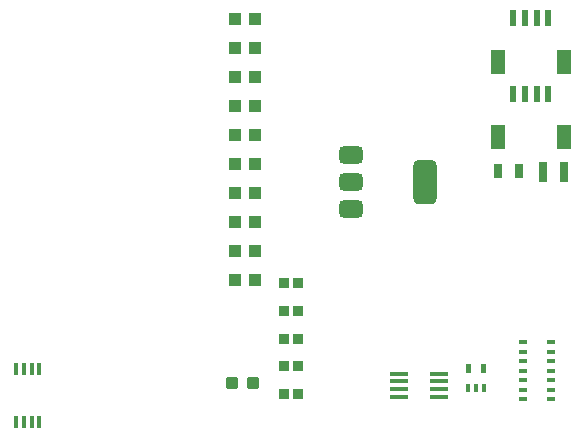
<source format=gbr>
%TF.GenerationSoftware,KiCad,Pcbnew,8.0.5*%
%TF.CreationDate,2024-12-11T22:42:58-06:00*%
%TF.ProjectId,4011MS2,34303131-4d53-4322-9e6b-696361645f70,1.0*%
%TF.SameCoordinates,Original*%
%TF.FileFunction,Paste,Top*%
%TF.FilePolarity,Positive*%
%FSLAX46Y46*%
G04 Gerber Fmt 4.6, Leading zero omitted, Abs format (unit mm)*
G04 Created by KiCad (PCBNEW 8.0.5) date 2024-12-11 22:42:58*
%MOMM*%
%LPD*%
G01*
G04 APERTURE LIST*
G04 Aperture macros list*
%AMRoundRect*
0 Rectangle with rounded corners*
0 $1 Rounding radius*
0 $2 $3 $4 $5 $6 $7 $8 $9 X,Y pos of 4 corners*
0 Add a 4 corners polygon primitive as box body*
4,1,4,$2,$3,$4,$5,$6,$7,$8,$9,$2,$3,0*
0 Add four circle primitives for the rounded corners*
1,1,$1+$1,$2,$3*
1,1,$1+$1,$4,$5*
1,1,$1+$1,$6,$7*
1,1,$1+$1,$8,$9*
0 Add four rect primitives between the rounded corners*
20,1,$1+$1,$2,$3,$4,$5,0*
20,1,$1+$1,$4,$5,$6,$7,0*
20,1,$1+$1,$6,$7,$8,$9,0*
20,1,$1+$1,$8,$9,$2,$3,0*%
G04 Aperture macros list end*
%ADD10C,0.000000*%
%ADD11R,0.850000X0.900000*%
%ADD12R,1.100000X1.000000*%
%ADD13R,1.600000X0.300000*%
%ADD14R,0.600000X1.350000*%
%ADD15R,1.200000X2.000000*%
%ADD16R,0.400000X1.100000*%
%ADD17R,0.800000X1.800000*%
%ADD18RoundRect,0.150000X-0.350000X0.350000X-0.350000X-0.350000X0.350000X-0.350000X0.350000X0.350000X0*%
%ADD19R,0.750000X0.350000*%
%ADD20R,0.800000X1.200000*%
%ADD21RoundRect,0.375000X-0.625000X-0.375000X0.625000X-0.375000X0.625000X0.375000X-0.625000X0.375000X0*%
%ADD22RoundRect,0.500000X-0.500000X-1.400000X0.500000X-1.400000X0.500000X1.400000X-0.500000X1.400000X0*%
G04 APERTURE END LIST*
D10*
%TO.C,U8*%
G36*
X156888500Y-107331000D02*
G01*
X156488500Y-107331000D01*
X156488500Y-106581000D01*
X156888500Y-106581000D01*
X156888500Y-107331000D01*
G37*
G36*
X156830500Y-108949400D02*
G01*
X156500300Y-108949400D01*
X156500300Y-108263600D01*
X156830500Y-108263600D01*
X156830500Y-108949400D01*
G37*
G36*
X157503600Y-108949400D02*
G01*
X157173400Y-108949400D01*
X157173400Y-108263600D01*
X157503600Y-108263600D01*
X157503600Y-108949400D01*
G37*
G36*
X158188500Y-107331000D02*
G01*
X157788500Y-107331000D01*
X157788500Y-106581000D01*
X158188500Y-106581000D01*
X158188500Y-107331000D01*
G37*
G36*
X158176700Y-108949400D02*
G01*
X157846500Y-108949400D01*
X157846500Y-108263600D01*
X158176700Y-108263600D01*
X158176700Y-108949400D01*
G37*
%TD*%
D11*
%TO.C,C9*%
X141070400Y-106788800D03*
X142230400Y-106788800D03*
%TD*%
D12*
%TO.C,C8*%
X136950400Y-84738800D03*
X138650400Y-84738800D03*
%TD*%
D13*
%TO.C,U11*%
X150800000Y-107396000D03*
X150800000Y-108046000D03*
X150800000Y-108696000D03*
X150800000Y-109346000D03*
X154200000Y-109346000D03*
X154200000Y-108696000D03*
X154200000Y-108046000D03*
X154200000Y-107396000D03*
%TD*%
D11*
%TO.C,C2*%
X141070400Y-99736400D03*
X142230400Y-99736400D03*
%TD*%
D14*
%TO.C,J6*%
X160465000Y-77336000D03*
X161465000Y-77336000D03*
X162465000Y-77336000D03*
X163465000Y-77336000D03*
D15*
X164765000Y-81011000D03*
X159165000Y-81011000D03*
%TD*%
D12*
%TO.C,R3*%
X136950400Y-92091200D03*
X138650400Y-92091200D03*
%TD*%
D16*
%TO.C,U2*%
X118405000Y-111506000D03*
X119055000Y-111506000D03*
X119705000Y-111506000D03*
X120355000Y-111506000D03*
X120355000Y-107006000D03*
X119705000Y-107006000D03*
X119055000Y-107006000D03*
X118405000Y-107006000D03*
%TD*%
D12*
%TO.C,C4*%
X136950400Y-79837200D03*
X138650400Y-79837200D03*
%TD*%
%TO.C,C1*%
X136950400Y-77386400D03*
X138650400Y-77386400D03*
%TD*%
%TO.C,R6*%
X136950400Y-99443600D03*
X138650400Y-99443600D03*
%TD*%
D17*
%TO.C,L1*%
X163015000Y-90311000D03*
X164815000Y-90311000D03*
%TD*%
D11*
%TO.C,C3*%
X141070400Y-102087200D03*
X142230400Y-102087200D03*
%TD*%
D18*
%TO.C,D1*%
X136675000Y-108208850D03*
X138429000Y-108208850D03*
%TD*%
D12*
%TO.C,R1*%
X136950400Y-87189600D03*
X138650400Y-87189600D03*
%TD*%
D11*
%TO.C,C7*%
X141070400Y-104438000D03*
X142230400Y-104438000D03*
%TD*%
D19*
%TO.C,U10*%
X161317000Y-104764000D03*
X161317000Y-105564000D03*
X161317000Y-106364000D03*
X161317000Y-107164000D03*
X161317000Y-107963999D03*
X161317000Y-108763999D03*
X161317000Y-109563999D03*
X163716999Y-109563999D03*
X163716999Y-108763999D03*
X163716999Y-107963999D03*
X163716999Y-107164000D03*
X163716999Y-106364000D03*
X163716999Y-105564000D03*
X163716999Y-104764000D03*
%TD*%
D12*
%TO.C,C5*%
X136950400Y-82288000D03*
X138650400Y-82288000D03*
%TD*%
D14*
%TO.C,J16*%
X160465000Y-83712600D03*
X161465000Y-83712600D03*
X162465000Y-83712600D03*
X163465000Y-83712600D03*
D15*
X164765000Y-87387600D03*
X159165000Y-87387600D03*
%TD*%
D12*
%TO.C,R5*%
X136950400Y-96992800D03*
X138650400Y-96992800D03*
%TD*%
D20*
%TO.C,C6*%
X159190400Y-90236400D03*
X160990400Y-90236400D03*
%TD*%
D12*
%TO.C,R4*%
X136950400Y-94542000D03*
X138650400Y-94542000D03*
%TD*%
D21*
%TO.C,U12*%
X146710000Y-88886000D03*
X146710000Y-91186000D03*
D22*
X153010000Y-91186000D03*
D21*
X146710000Y-93486000D03*
%TD*%
D11*
%TO.C,C10*%
X141070400Y-109139600D03*
X142230400Y-109139600D03*
%TD*%
D12*
%TO.C,R2*%
X136950400Y-89640400D03*
X138650400Y-89640400D03*
%TD*%
M02*

</source>
